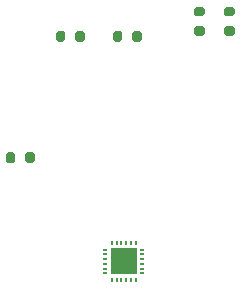
<source format=gbr>
%TF.GenerationSoftware,KiCad,Pcbnew,(5.1.9)-1*%
%TF.CreationDate,2021-04-10T21:56:04-07:00*%
%TF.ProjectId,Keyboard Proto,4b657962-6f61-4726-9420-50726f746f2e,rev?*%
%TF.SameCoordinates,Original*%
%TF.FileFunction,Paste,Top*%
%TF.FilePolarity,Positive*%
%FSLAX46Y46*%
G04 Gerber Fmt 4.6, Leading zero omitted, Abs format (unit mm)*
G04 Created by KiCad (PCBNEW (5.1.9)-1) date 2021-04-10 21:56:04*
%MOMM*%
%LPD*%
G01*
G04 APERTURE LIST*
%ADD10R,2.200000X2.200000*%
%ADD11R,0.400000X0.200000*%
%ADD12R,0.200000X0.400000*%
G04 APERTURE END LIST*
%TO.C,R5*%
G36*
G01*
X105683500Y-111358000D02*
X105683500Y-111908000D01*
G75*
G02*
X105483500Y-112108000I-200000J0D01*
G01*
X105083500Y-112108000D01*
G75*
G02*
X104883500Y-111908000I0J200000D01*
G01*
X104883500Y-111358000D01*
G75*
G02*
X105083500Y-111158000I200000J0D01*
G01*
X105483500Y-111158000D01*
G75*
G02*
X105683500Y-111358000I0J-200000D01*
G01*
G37*
G36*
G01*
X107333500Y-111358000D02*
X107333500Y-111908000D01*
G75*
G02*
X107133500Y-112108000I-200000J0D01*
G01*
X106733500Y-112108000D01*
G75*
G02*
X106533500Y-111908000I0J200000D01*
G01*
X106533500Y-111358000D01*
G75*
G02*
X106733500Y-111158000I200000J0D01*
G01*
X107133500Y-111158000D01*
G75*
G02*
X107333500Y-111358000I0J-200000D01*
G01*
G37*
%TD*%
%TO.C,R3*%
G36*
G01*
X114764000Y-101071000D02*
X114764000Y-101621000D01*
G75*
G02*
X114564000Y-101821000I-200000J0D01*
G01*
X114164000Y-101821000D01*
G75*
G02*
X113964000Y-101621000I0J200000D01*
G01*
X113964000Y-101071000D01*
G75*
G02*
X114164000Y-100871000I200000J0D01*
G01*
X114564000Y-100871000D01*
G75*
G02*
X114764000Y-101071000I0J-200000D01*
G01*
G37*
G36*
G01*
X116414000Y-101071000D02*
X116414000Y-101621000D01*
G75*
G02*
X116214000Y-101821000I-200000J0D01*
G01*
X115814000Y-101821000D01*
G75*
G02*
X115614000Y-101621000I0J200000D01*
G01*
X115614000Y-101071000D01*
G75*
G02*
X115814000Y-100871000I200000J0D01*
G01*
X116214000Y-100871000D01*
G75*
G02*
X116414000Y-101071000I0J-200000D01*
G01*
G37*
%TD*%
%TO.C,R4*%
G36*
G01*
X110788000Y-101621000D02*
X110788000Y-101071000D01*
G75*
G02*
X110988000Y-100871000I200000J0D01*
G01*
X111388000Y-100871000D01*
G75*
G02*
X111588000Y-101071000I0J-200000D01*
G01*
X111588000Y-101621000D01*
G75*
G02*
X111388000Y-101821000I-200000J0D01*
G01*
X110988000Y-101821000D01*
G75*
G02*
X110788000Y-101621000I0J200000D01*
G01*
G37*
G36*
G01*
X109138000Y-101621000D02*
X109138000Y-101071000D01*
G75*
G02*
X109338000Y-100871000I200000J0D01*
G01*
X109738000Y-100871000D01*
G75*
G02*
X109938000Y-101071000I0J-200000D01*
G01*
X109938000Y-101621000D01*
G75*
G02*
X109738000Y-101821000I-200000J0D01*
G01*
X109338000Y-101821000D01*
G75*
G02*
X109138000Y-101621000I0J200000D01*
G01*
G37*
%TD*%
%TO.C,R1*%
G36*
G01*
X121010000Y-100501000D02*
X121560000Y-100501000D01*
G75*
G02*
X121760000Y-100701000I0J-200000D01*
G01*
X121760000Y-101101000D01*
G75*
G02*
X121560000Y-101301000I-200000J0D01*
G01*
X121010000Y-101301000D01*
G75*
G02*
X120810000Y-101101000I0J200000D01*
G01*
X120810000Y-100701000D01*
G75*
G02*
X121010000Y-100501000I200000J0D01*
G01*
G37*
G36*
G01*
X121010000Y-98851000D02*
X121560000Y-98851000D01*
G75*
G02*
X121760000Y-99051000I0J-200000D01*
G01*
X121760000Y-99451000D01*
G75*
G02*
X121560000Y-99651000I-200000J0D01*
G01*
X121010000Y-99651000D01*
G75*
G02*
X120810000Y-99451000I0J200000D01*
G01*
X120810000Y-99051000D01*
G75*
G02*
X121010000Y-98851000I200000J0D01*
G01*
G37*
%TD*%
%TO.C,R2*%
G36*
G01*
X123550000Y-100501000D02*
X124100000Y-100501000D01*
G75*
G02*
X124300000Y-100701000I0J-200000D01*
G01*
X124300000Y-101101000D01*
G75*
G02*
X124100000Y-101301000I-200000J0D01*
G01*
X123550000Y-101301000D01*
G75*
G02*
X123350000Y-101101000I0J200000D01*
G01*
X123350000Y-100701000D01*
G75*
G02*
X123550000Y-100501000I200000J0D01*
G01*
G37*
G36*
G01*
X123550000Y-98851000D02*
X124100000Y-98851000D01*
G75*
G02*
X124300000Y-99051000I0J-200000D01*
G01*
X124300000Y-99451000D01*
G75*
G02*
X124100000Y-99651000I-200000J0D01*
G01*
X123550000Y-99651000D01*
G75*
G02*
X123350000Y-99451000I0J200000D01*
G01*
X123350000Y-99051000D01*
G75*
G02*
X123550000Y-98851000I200000J0D01*
G01*
G37*
%TD*%
D10*
%TO.C,U2*%
X114871500Y-120409500D03*
D11*
X116421500Y-119409500D03*
X116421500Y-121009500D03*
X116421500Y-120609500D03*
X116421500Y-121409500D03*
X116421500Y-120209500D03*
X116421500Y-119809500D03*
D12*
X114271500Y-121959500D03*
X115871500Y-121959500D03*
X114671500Y-121959500D03*
X115071500Y-121959500D03*
X115471500Y-121959500D03*
X113871500Y-121959500D03*
D11*
X113321500Y-121009500D03*
X113321500Y-119409500D03*
X113321500Y-120609500D03*
X113321500Y-120209500D03*
X113321500Y-119809500D03*
X113321500Y-121409500D03*
D12*
X115471500Y-118859500D03*
X115871500Y-118859500D03*
X115071500Y-118859500D03*
X114671500Y-118859500D03*
X114271500Y-118859500D03*
X113871500Y-118859500D03*
%TD*%
M02*

</source>
